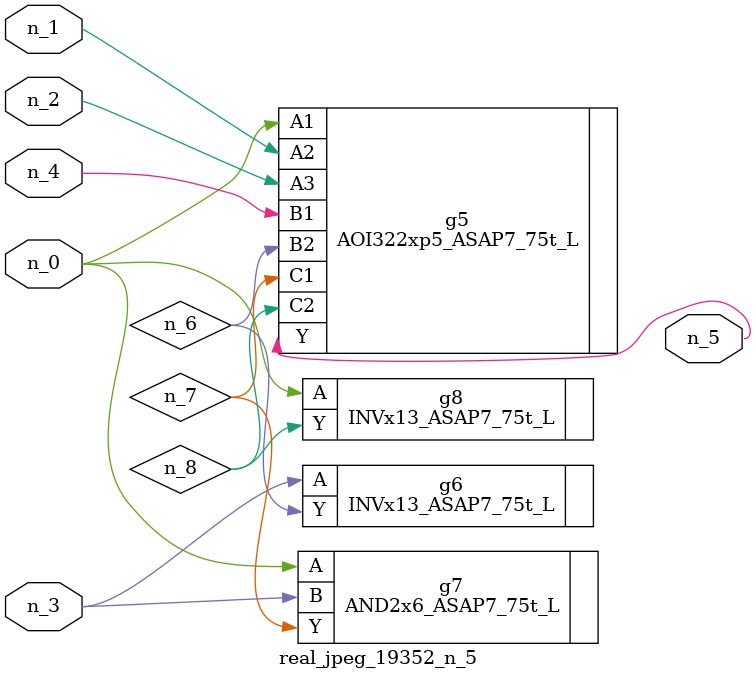
<source format=v>
module real_jpeg_19352_n_5 (n_4, n_0, n_1, n_2, n_3, n_5);

input n_4;
input n_0;
input n_1;
input n_2;
input n_3;

output n_5;

wire n_8;
wire n_6;
wire n_7;

AOI322xp5_ASAP7_75t_L g5 ( 
.A1(n_0),
.A2(n_1),
.A3(n_2),
.B1(n_4),
.B2(n_6),
.C1(n_7),
.C2(n_8),
.Y(n_5)
);

AND2x6_ASAP7_75t_L g7 ( 
.A(n_0),
.B(n_3),
.Y(n_7)
);

INVx13_ASAP7_75t_L g8 ( 
.A(n_0),
.Y(n_8)
);

INVx13_ASAP7_75t_L g6 ( 
.A(n_3),
.Y(n_6)
);


endmodule
</source>
